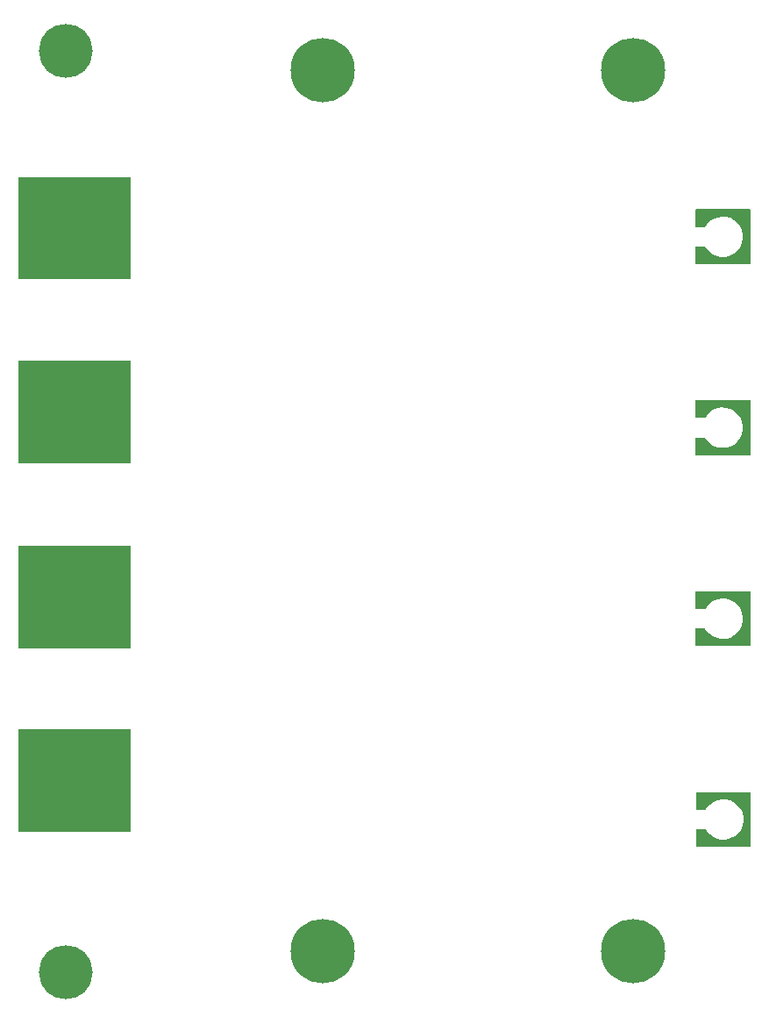
<source format=gbs>
G04*
G04 #@! TF.GenerationSoftware,Altium Limited,Altium Designer,21.1.0 (24)*
G04*
G04 Layer_Color=16711935*
%FSLAX25Y25*%
%MOIN*%
G70*
G04*
G04 #@! TF.SameCoordinates,59D5B773-27E9-4806-B489-B34453608D3F*
G04*
G04*
G04 #@! TF.FilePolarity,Negative*
G04*
G01*
G75*
%ADD59C,0.20485*%
%ADD60C,0.24422*%
G36*
X274177Y311696D02*
X274214Y311685D01*
X274248Y311667D01*
X274278Y311642D01*
X274303Y311612D01*
X274321Y311578D01*
X274332Y311541D01*
X274336Y311502D01*
Y291030D01*
X274332Y290991D01*
X274321Y290954D01*
X274303Y290920D01*
X274278Y290890D01*
X274248Y290865D01*
X274214Y290847D01*
X274177Y290836D01*
X274138Y290832D01*
X253666D01*
X253627Y290836D01*
X253590Y290847D01*
X253556Y290865D01*
X253526Y290890D01*
X253501Y290920D01*
X253483Y290954D01*
X253472Y290991D01*
X253468Y291030D01*
Y297329D01*
X253472Y297368D01*
X253483Y297405D01*
X253501Y297439D01*
X253526Y297469D01*
X253556Y297494D01*
X253590Y297512D01*
X253627Y297523D01*
X253666Y297527D01*
X257083D01*
X257084Y297527D01*
X257085Y297527D01*
X257102Y297525D01*
X257121Y297523D01*
X257122Y297523D01*
X257123Y297523D01*
X257140Y297517D01*
X257158Y297512D01*
X257159Y297511D01*
X257160Y297511D01*
X257175Y297503D01*
X257193Y297494D01*
X257194Y297493D01*
X257194Y297492D01*
X257207Y297482D01*
X257223Y297469D01*
X257223Y297468D01*
X257224Y297467D01*
X257235Y297454D01*
X257247Y297439D01*
X257248Y297438D01*
X257248Y297437D01*
X257709Y296732D01*
X258841Y295496D01*
X260210Y294537D01*
X261754Y293898D01*
X263400Y293607D01*
X265069Y293680D01*
X266684Y294113D01*
X268166Y294885D01*
X269446Y295959D01*
X270463Y297285D01*
X271170Y298799D01*
X271531Y300431D01*
Y302102D01*
X271170Y303733D01*
X270463Y305248D01*
X269446Y306574D01*
X268166Y307648D01*
X266684Y308419D01*
X265069Y308852D01*
X263400Y308925D01*
X261754Y308635D01*
X260210Y307995D01*
X258841Y307036D01*
X257709Y305801D01*
X257248Y305095D01*
X257248Y305094D01*
X257247Y305093D01*
X257235Y305079D01*
X257224Y305065D01*
X257223Y305064D01*
X257223Y305063D01*
X257208Y305051D01*
X257194Y305040D01*
X257193Y305039D01*
X257193Y305039D01*
X257176Y305030D01*
X257160Y305021D01*
X257159Y305021D01*
X257158Y305020D01*
X257141Y305015D01*
X257123Y305010D01*
X257122Y305010D01*
X257121Y305009D01*
X257103Y305007D01*
X257085Y305005D01*
X257084Y305006D01*
X257083Y305005D01*
X253666D01*
X253627Y305009D01*
X253590Y305020D01*
X253556Y305039D01*
X253526Y305063D01*
X253501Y305093D01*
X253483Y305128D01*
X253472Y305165D01*
X253468Y305203D01*
Y311502D01*
X253472Y311541D01*
X253483Y311578D01*
X253501Y311612D01*
X253526Y311642D01*
X253556Y311667D01*
X253590Y311685D01*
X253627Y311696D01*
X253666Y311700D01*
X274138D01*
X274177Y311696D01*
D02*
G37*
G36*
X38656Y285039D02*
X-3937D01*
Y324016D01*
X38656D01*
Y285039D01*
D02*
G37*
G36*
X274181Y239149D02*
X274218Y239138D01*
X274252Y239120D01*
X274282Y239095D01*
X274306Y239065D01*
X274325Y239031D01*
X274336Y238994D01*
X274340Y238955D01*
Y218483D01*
X274336Y218444D01*
X274325Y218407D01*
X274306Y218373D01*
X274282Y218343D01*
X274252Y218319D01*
X274218Y218300D01*
X274181Y218289D01*
X274142Y218285D01*
X253670D01*
X253631Y218289D01*
X253594Y218300D01*
X253560Y218319D01*
X253530Y218343D01*
X253505Y218373D01*
X253487Y218407D01*
X253475Y218444D01*
X253472Y218483D01*
Y224782D01*
X253475Y224821D01*
X253487Y224858D01*
X253505Y224892D01*
X253530Y224922D01*
X253560Y224947D01*
X253594Y224965D01*
X253631Y224976D01*
X253670Y224980D01*
X257087D01*
X257088Y224980D01*
X257089Y224980D01*
X257106Y224978D01*
X257125Y224976D01*
X257126Y224976D01*
X257127Y224976D01*
X257144Y224971D01*
X257162Y224965D01*
X257163Y224964D01*
X257164Y224964D01*
X257179Y224956D01*
X257196Y224947D01*
X257197Y224946D01*
X257198Y224945D01*
X257211Y224935D01*
X257226Y224922D01*
X257227Y224921D01*
X257228Y224921D01*
X257239Y224907D01*
X257251Y224892D01*
X257252Y224891D01*
X257252Y224890D01*
X257713Y224185D01*
X258845Y222949D01*
X260214Y221990D01*
X261758Y221351D01*
X263404Y221061D01*
X265073Y221133D01*
X266687Y221566D01*
X268170Y222338D01*
X269450Y223412D01*
X270467Y224738D01*
X271173Y226252D01*
X271535Y227884D01*
Y229555D01*
X271173Y231186D01*
X270467Y232701D01*
X269450Y234027D01*
X268170Y235101D01*
X266687Y235872D01*
X265073Y236305D01*
X263404Y236378D01*
X261758Y236088D01*
X260214Y235448D01*
X258845Y234490D01*
X257713Y233254D01*
X257252Y232548D01*
X257252Y232547D01*
X257251Y232546D01*
X257239Y232532D01*
X257228Y232518D01*
X257227Y232517D01*
X257226Y232516D01*
X257212Y232505D01*
X257198Y232493D01*
X257197Y232492D01*
X257196Y232492D01*
X257180Y232483D01*
X257164Y232474D01*
X257163Y232474D01*
X257162Y232473D01*
X257145Y232468D01*
X257127Y232463D01*
X257126Y232463D01*
X257125Y232462D01*
X257107Y232460D01*
X257089Y232458D01*
X257088Y232458D01*
X257087Y232458D01*
X253670D01*
X253631Y232462D01*
X253594Y232473D01*
X253560Y232492D01*
X253530Y232516D01*
X253505Y232546D01*
X253487Y232580D01*
X253475Y232618D01*
X253472Y232656D01*
Y238955D01*
X253475Y238994D01*
X253487Y239031D01*
X253505Y239065D01*
X253530Y239095D01*
X253560Y239120D01*
X253594Y239138D01*
X253631Y239149D01*
X253670Y239153D01*
X274142D01*
X274181Y239149D01*
D02*
G37*
G36*
X38656Y215059D02*
X-3937D01*
Y254035D01*
X38656D01*
Y215059D01*
D02*
G37*
G36*
X274177Y166574D02*
X274214Y166563D01*
X274248Y166545D01*
X274278Y166520D01*
X274303Y166490D01*
X274321Y166456D01*
X274332Y166419D01*
X274336Y166380D01*
Y145908D01*
X274332Y145869D01*
X274321Y145832D01*
X274303Y145798D01*
X274278Y145768D01*
X274248Y145743D01*
X274214Y145725D01*
X274177Y145714D01*
X274138Y145710D01*
X253666D01*
X253627Y145714D01*
X253590Y145725D01*
X253556Y145743D01*
X253526Y145768D01*
X253501Y145798D01*
X253483Y145832D01*
X253472Y145869D01*
X253468Y145908D01*
Y152207D01*
X253472Y152246D01*
X253483Y152283D01*
X253501Y152317D01*
X253526Y152347D01*
X253556Y152372D01*
X253590Y152390D01*
X253627Y152401D01*
X253666Y152405D01*
X257083D01*
X257084Y152405D01*
X257085Y152405D01*
X257102Y152403D01*
X257121Y152401D01*
X257122Y152401D01*
X257123Y152401D01*
X257140Y152395D01*
X257158Y152390D01*
X257159Y152389D01*
X257160Y152389D01*
X257175Y152381D01*
X257193Y152372D01*
X257194Y152371D01*
X257194Y152370D01*
X257207Y152360D01*
X257223Y152347D01*
X257223Y152346D01*
X257224Y152345D01*
X257235Y152332D01*
X257247Y152317D01*
X257248Y152316D01*
X257248Y152315D01*
X257709Y151610D01*
X258841Y150374D01*
X260210Y149415D01*
X261754Y148776D01*
X263400Y148486D01*
X265069Y148558D01*
X266684Y148991D01*
X268166Y149762D01*
X269446Y150837D01*
X270463Y152163D01*
X271170Y153677D01*
X271531Y155308D01*
Y156980D01*
X271170Y158611D01*
X270463Y160126D01*
X269446Y161451D01*
X268166Y162526D01*
X266684Y163297D01*
X265069Y163730D01*
X263400Y163803D01*
X261754Y163513D01*
X260210Y162873D01*
X258841Y161915D01*
X257709Y160678D01*
X257248Y159973D01*
X257248Y159972D01*
X257247Y159971D01*
X257235Y159957D01*
X257224Y159943D01*
X257223Y159942D01*
X257223Y159941D01*
X257208Y159929D01*
X257194Y159918D01*
X257193Y159917D01*
X257193Y159917D01*
X257176Y159908D01*
X257160Y159899D01*
X257159Y159899D01*
X257158Y159898D01*
X257141Y159893D01*
X257123Y159888D01*
X257122Y159887D01*
X257121Y159887D01*
X257103Y159885D01*
X257085Y159883D01*
X257084Y159883D01*
X257083Y159883D01*
X253666D01*
X253627Y159887D01*
X253590Y159898D01*
X253556Y159917D01*
X253526Y159941D01*
X253501Y159971D01*
X253483Y160005D01*
X253472Y160043D01*
X253468Y160081D01*
Y166380D01*
X253472Y166419D01*
X253483Y166456D01*
X253501Y166490D01*
X253526Y166520D01*
X253556Y166545D01*
X253590Y166563D01*
X253627Y166574D01*
X253666Y166578D01*
X274138D01*
X274177Y166574D01*
D02*
G37*
G36*
X38754Y144980D02*
X-3839D01*
Y183957D01*
X38754D01*
Y144980D01*
D02*
G37*
G36*
Y75098D02*
X-3839D01*
Y114075D01*
X38754D01*
Y75098D01*
D02*
G37*
G36*
X274329Y90330D02*
X274366Y90319D01*
X274400Y90301D01*
X274430Y90276D01*
X274454Y90246D01*
X274473Y90212D01*
X274484Y90175D01*
X274488Y90136D01*
Y69664D01*
X274484Y69626D01*
X274473Y69588D01*
X274454Y69554D01*
X274430Y69524D01*
X274400Y69500D01*
X274366Y69481D01*
X274329Y69470D01*
X274290Y69466D01*
X253818D01*
X253779Y69470D01*
X253742Y69481D01*
X253708Y69500D01*
X253678Y69524D01*
X253653Y69554D01*
X253635Y69588D01*
X253624Y69626D01*
X253620Y69664D01*
Y75963D01*
X253624Y76002D01*
X253635Y76039D01*
X253653Y76073D01*
X253678Y76103D01*
X253708Y76128D01*
X253742Y76146D01*
X253779Y76157D01*
X253818Y76161D01*
X257235D01*
X257236Y76161D01*
X257237Y76161D01*
X257254Y76159D01*
X257273Y76157D01*
X257274Y76157D01*
X257275Y76157D01*
X257292Y76152D01*
X257310Y76146D01*
X257311Y76145D01*
X257312Y76145D01*
X257327Y76137D01*
X257345Y76128D01*
X257346Y76127D01*
X257346Y76126D01*
X257359Y76116D01*
X257375Y76103D01*
X257375Y76102D01*
X257376Y76102D01*
X257387Y76088D01*
X257399Y76073D01*
X257400Y76072D01*
X257400Y76071D01*
X257861Y75366D01*
X258993Y74130D01*
X260362Y73171D01*
X261906Y72532D01*
X263552Y72242D01*
X265221Y72315D01*
X266836Y72747D01*
X268318Y73519D01*
X269598Y74593D01*
X270615Y75919D01*
X271322Y77433D01*
X271683Y79065D01*
Y80736D01*
X271322Y82367D01*
X270615Y83882D01*
X269598Y85208D01*
X268318Y86282D01*
X266836Y87054D01*
X265221Y87486D01*
X263552Y87559D01*
X261906Y87269D01*
X260362Y86629D01*
X258993Y85671D01*
X257861Y84435D01*
X257400Y83729D01*
X257400Y83728D01*
X257399Y83727D01*
X257387Y83713D01*
X257376Y83699D01*
X257375Y83698D01*
X257375Y83697D01*
X257360Y83686D01*
X257346Y83674D01*
X257345Y83674D01*
X257345Y83673D01*
X257328Y83664D01*
X257312Y83655D01*
X257311Y83655D01*
X257310Y83655D01*
X257293Y83649D01*
X257275Y83644D01*
X257274Y83644D01*
X257273Y83643D01*
X257255Y83641D01*
X257237Y83640D01*
X257236Y83640D01*
X257235Y83640D01*
X253818D01*
X253779Y83643D01*
X253742Y83655D01*
X253708Y83673D01*
X253678Y83697D01*
X253653Y83727D01*
X253635Y83762D01*
X253624Y83799D01*
X253620Y83837D01*
Y90136D01*
X253624Y90175D01*
X253635Y90212D01*
X253653Y90246D01*
X253678Y90276D01*
X253708Y90301D01*
X253742Y90319D01*
X253779Y90330D01*
X253818Y90334D01*
X274290D01*
X274329Y90330D01*
D02*
G37*
D59*
X14000Y21701D02*
D03*
Y371701D02*
D03*
D60*
X229921Y364567D02*
D03*
X111811Y29921D02*
D03*
X229921D02*
D03*
X111811Y364567D02*
D03*
M02*

</source>
